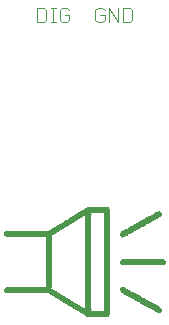
<source format=gto>
G75*
%MOIN*%
%OFA0B0*%
%FSLAX24Y24*%
%IPPOS*%
%LPD*%
%AMOC8*
5,1,8,0,0,1.08239X$1,22.5*
%
%ADD10R,0.0689X0.0010*%
%ADD11R,0.0719X0.0010*%
%ADD12R,0.0748X0.0010*%
%ADD13R,0.0778X0.0010*%
%ADD14R,0.0797X0.0010*%
%ADD15R,0.0817X0.0010*%
%ADD16R,0.0837X0.0010*%
%ADD17R,0.0856X0.0010*%
%ADD18R,0.0876X0.0010*%
%ADD19R,0.0896X0.0010*%
%ADD20R,0.0915X0.0010*%
%ADD21R,0.0925X0.0010*%
%ADD22R,0.0945X0.0010*%
%ADD23R,0.0965X0.0010*%
%ADD24R,0.0974X0.0010*%
%ADD25R,0.0069X0.0010*%
%ADD26R,0.0994X0.0010*%
%ADD27R,0.0108X0.0010*%
%ADD28R,0.1014X0.0010*%
%ADD29R,0.0138X0.0010*%
%ADD30R,0.1024X0.0010*%
%ADD31R,0.0167X0.0010*%
%ADD32R,0.0423X0.0010*%
%ADD33R,0.0187X0.0010*%
%ADD34R,0.0443X0.0010*%
%ADD35R,0.0207X0.0010*%
%ADD36R,0.0453X0.0010*%
%ADD37R,0.0226X0.0010*%
%ADD38R,0.0472X0.0010*%
%ADD39R,0.0246X0.0010*%
%ADD40R,0.0492X0.0010*%
%ADD41R,0.0276X0.0010*%
%ADD42R,0.0502X0.0010*%
%ADD43R,0.0285X0.0010*%
%ADD44R,0.0522X0.0010*%
%ADD45R,0.0295X0.0010*%
%ADD46R,0.0541X0.0010*%
%ADD47R,0.0315X0.0010*%
%ADD48R,0.0344X0.0010*%
%ADD49R,0.0335X0.0010*%
%ADD50R,0.0354X0.0010*%
%ADD51R,0.0364X0.0010*%
%ADD52R,0.0374X0.0010*%
%ADD53R,0.1732X0.0010*%
%ADD54R,0.1752X0.0010*%
%ADD55R,0.1742X0.0010*%
%ADD56R,0.1722X0.0010*%
%ADD57R,0.1703X0.0010*%
%ADD58R,0.1693X0.0010*%
%ADD59R,0.1683X0.0010*%
%ADD60R,0.1663X0.0010*%
%ADD61R,0.0305X0.0010*%
%ADD62R,0.1654X0.0010*%
%ADD63R,0.1624X0.0010*%
%ADD64R,0.0266X0.0010*%
%ADD65R,0.1604X0.0010*%
%ADD66R,0.1594X0.0010*%
%ADD67R,0.1565X0.0010*%
%ADD68R,0.0217X0.0010*%
%ADD69R,0.1555X0.0010*%
%ADD70R,0.1545X0.0010*%
%ADD71R,0.1535X0.0010*%
%ADD72R,0.1506X0.0010*%
%ADD73R,0.0079X0.0010*%
%ADD74R,0.1407X0.0010*%
%ADD75R,0.1447X0.0010*%
%ADD76R,0.1467X0.0010*%
%ADD77R,0.1486X0.0010*%
%ADD78R,0.1427X0.0010*%
%ADD79R,0.1388X0.0010*%
%ADD80R,0.0020X0.0010*%
%ADD81R,0.1516X0.0010*%
%ADD82R,0.0118X0.0010*%
%ADD83R,0.0148X0.0010*%
%ADD84R,0.0236X0.0010*%
%ADD85R,0.1614X0.0010*%
%ADD86R,0.0256X0.0010*%
%ADD87R,0.1673X0.0010*%
%ADD88R,0.0325X0.0010*%
%ADD89R,0.1713X0.0010*%
%ADD90R,0.0531X0.0010*%
%ADD91R,0.0482X0.0010*%
%ADD92R,0.0433X0.0010*%
%ADD93R,0.1043X0.0010*%
%ADD94R,0.0177X0.0010*%
%ADD95R,0.1004X0.0010*%
%ADD96R,0.0098X0.0010*%
%ADD97R,0.0059X0.0010*%
%ADD98R,0.0955X0.0010*%
%ADD99R,0.0906X0.0010*%
%ADD100R,0.0846X0.0010*%
%ADD101R,0.0787X0.0010*%
%ADD102R,0.0768X0.0010*%
%ADD103R,0.0738X0.0010*%
%ADD104R,0.0709X0.0010*%
%ADD105R,0.0669X0.0010*%
%ADD106C,0.0040*%
D10*
X007448Y012561D03*
D11*
X007443Y012571D03*
D12*
X007448Y012581D03*
D13*
X007443Y012591D03*
D14*
X007433Y012601D03*
D15*
X007433Y012611D03*
X007433Y016144D03*
D16*
X007424Y016134D03*
X007424Y012620D03*
D17*
X007414Y012630D03*
D18*
X007414Y012640D03*
X007414Y016115D03*
D19*
X007404Y016105D03*
X007404Y012650D03*
D20*
X007394Y012660D03*
D21*
X007389Y012670D03*
X007389Y016085D03*
D22*
X007379Y016075D03*
X007379Y012680D03*
D23*
X007369Y012689D03*
D24*
X007365Y012699D03*
X007365Y016056D03*
D25*
X009491Y012699D03*
D26*
X007355Y012709D03*
X007355Y016046D03*
D27*
X008280Y013526D03*
X009491Y012709D03*
D28*
X007345Y012719D03*
D29*
X008285Y013516D03*
X009486Y012719D03*
X009486Y016036D03*
D30*
X007340Y016026D03*
X007340Y012729D03*
D31*
X008290Y013506D03*
X008290Y015248D03*
X009481Y012729D03*
D32*
X007020Y012739D03*
D33*
X007138Y012817D03*
X007138Y012827D03*
X007138Y012837D03*
X007138Y012847D03*
X007138Y012857D03*
X007138Y012867D03*
X007138Y012876D03*
X007138Y012886D03*
X007138Y012896D03*
X007138Y012906D03*
X007138Y012916D03*
X007138Y012926D03*
X007138Y012935D03*
X007138Y012945D03*
X007138Y012955D03*
X007138Y012965D03*
X007138Y012975D03*
X007138Y012985D03*
X007138Y012994D03*
X007138Y013004D03*
X007138Y013014D03*
X007138Y013024D03*
X007138Y013034D03*
X007138Y013044D03*
X007138Y013054D03*
X007138Y013063D03*
X007138Y013073D03*
X007138Y013083D03*
X007138Y013093D03*
X007138Y013103D03*
X007138Y013113D03*
X007138Y013122D03*
X007138Y013132D03*
X007138Y013142D03*
X007138Y013152D03*
X007138Y013162D03*
X007138Y013172D03*
X007138Y013181D03*
X007138Y013191D03*
X007138Y013201D03*
X007138Y013211D03*
X007138Y013221D03*
X007138Y013231D03*
X007138Y013241D03*
X007138Y013250D03*
X007138Y013260D03*
X007138Y013270D03*
X007138Y013280D03*
X007138Y013290D03*
X007138Y013300D03*
X007138Y013309D03*
X007138Y013319D03*
X007138Y013329D03*
X007138Y013339D03*
X007138Y013349D03*
X007138Y013359D03*
X007138Y013369D03*
X007138Y013378D03*
X007138Y013388D03*
X007138Y013398D03*
X007138Y013408D03*
X007138Y013418D03*
X007138Y013428D03*
X007138Y013437D03*
X007138Y013447D03*
X007138Y013457D03*
X007138Y013467D03*
X007138Y013477D03*
X007138Y013487D03*
X007138Y013496D03*
X007138Y013506D03*
X007138Y013516D03*
X007138Y013526D03*
X007138Y013536D03*
X007138Y013546D03*
X007138Y013556D03*
X007138Y013565D03*
X007138Y013575D03*
X007138Y013585D03*
X007138Y013595D03*
X007138Y013605D03*
X007138Y013615D03*
X007138Y013624D03*
X007138Y013634D03*
X007138Y013644D03*
X007138Y013654D03*
X007138Y013664D03*
X007138Y013674D03*
X007138Y013683D03*
X007138Y013693D03*
X007138Y013703D03*
X007138Y013713D03*
X007138Y013723D03*
X007138Y013733D03*
X007138Y013743D03*
X007138Y013752D03*
X007138Y013762D03*
X007138Y013772D03*
X007138Y013782D03*
X007138Y013792D03*
X007138Y013802D03*
X007138Y013811D03*
X007138Y013821D03*
X007138Y013831D03*
X007138Y013841D03*
X007138Y013851D03*
X007138Y013861D03*
X007138Y013870D03*
X007138Y013880D03*
X007138Y013890D03*
X007138Y013900D03*
X007138Y013910D03*
X007138Y013920D03*
X007138Y013930D03*
X007138Y013939D03*
X007138Y013949D03*
X007138Y013959D03*
X007138Y013969D03*
X007138Y013979D03*
X007138Y013989D03*
X007138Y013998D03*
X007138Y014008D03*
X007138Y014018D03*
X007138Y014028D03*
X007138Y014038D03*
X007138Y014048D03*
X007138Y014057D03*
X007138Y014067D03*
X007138Y014077D03*
X007138Y014087D03*
X007138Y014097D03*
X007138Y014107D03*
X007138Y014117D03*
X007138Y014126D03*
X007138Y014136D03*
X007138Y014146D03*
X007138Y014156D03*
X007138Y014166D03*
X007138Y014176D03*
X007138Y014185D03*
X007138Y014195D03*
X007138Y014205D03*
X007138Y014215D03*
X007138Y014225D03*
X007138Y014235D03*
X007138Y014244D03*
X007138Y014254D03*
X007138Y014264D03*
X007138Y014274D03*
X007138Y014284D03*
X007138Y014294D03*
X007138Y014304D03*
X007138Y014313D03*
X007138Y014323D03*
X007138Y014333D03*
X007138Y014343D03*
X007138Y014353D03*
X007138Y014363D03*
X007138Y014372D03*
X007138Y014382D03*
X007138Y014392D03*
X007138Y014402D03*
X007138Y014412D03*
X007138Y014422D03*
X007138Y014431D03*
X007138Y014441D03*
X007138Y014451D03*
X007138Y014461D03*
X007138Y014471D03*
X007138Y014481D03*
X007138Y014491D03*
X007138Y014500D03*
X007138Y014510D03*
X007138Y014520D03*
X007138Y014530D03*
X007138Y014540D03*
X007138Y014550D03*
X007138Y014559D03*
X007138Y014569D03*
X007138Y014579D03*
X007138Y014589D03*
X007138Y014599D03*
X007138Y014609D03*
X007138Y014619D03*
X007138Y014628D03*
X007138Y014638D03*
X007138Y014648D03*
X007138Y014658D03*
X007138Y014668D03*
X007138Y014678D03*
X007138Y014687D03*
X007138Y014697D03*
X007138Y014707D03*
X007138Y014717D03*
X007138Y014727D03*
X007138Y014737D03*
X007138Y014746D03*
X007138Y014756D03*
X007138Y014766D03*
X007138Y014776D03*
X007138Y014786D03*
X007138Y014796D03*
X007138Y014806D03*
X007138Y014815D03*
X007138Y014825D03*
X007138Y014835D03*
X007138Y014845D03*
X007138Y014855D03*
X007138Y014865D03*
X007138Y014874D03*
X007138Y014884D03*
X007138Y014894D03*
X007138Y014904D03*
X007138Y014914D03*
X007138Y014924D03*
X007138Y014933D03*
X007138Y014943D03*
X007138Y014953D03*
X007138Y014963D03*
X007138Y014973D03*
X007138Y014983D03*
X007138Y014993D03*
X007138Y015002D03*
X007138Y015012D03*
X007138Y015022D03*
X007138Y015032D03*
X007138Y015042D03*
X007138Y015052D03*
X007138Y015061D03*
X007138Y015071D03*
X007138Y015081D03*
X007138Y015091D03*
X007138Y015101D03*
X007138Y015111D03*
X007138Y015120D03*
X007138Y015130D03*
X007138Y015140D03*
X007138Y015150D03*
X007138Y015160D03*
X007138Y015170D03*
X007138Y015180D03*
X007138Y015189D03*
X007138Y015199D03*
X007138Y015209D03*
X007138Y015219D03*
X007138Y015229D03*
X007138Y015239D03*
X007138Y015248D03*
X007138Y015258D03*
X007138Y015268D03*
X007138Y015278D03*
X007138Y015288D03*
X007138Y015298D03*
X007138Y015307D03*
X007138Y015317D03*
X007138Y015327D03*
X007138Y015337D03*
X007138Y015347D03*
X007138Y015357D03*
X007138Y015367D03*
X007138Y015376D03*
X007138Y015386D03*
X007138Y015396D03*
X007138Y015406D03*
X007138Y015416D03*
X007138Y015426D03*
X007138Y015435D03*
X007138Y015445D03*
X007138Y015455D03*
X007138Y015465D03*
X007138Y015475D03*
X007138Y015485D03*
X007138Y015494D03*
X007138Y015504D03*
X007138Y015514D03*
X007138Y015524D03*
X007138Y015534D03*
X007138Y015544D03*
X007138Y015554D03*
X007138Y015563D03*
X007138Y015573D03*
X007138Y015583D03*
X007138Y015593D03*
X007138Y015603D03*
X007138Y015613D03*
X007138Y015622D03*
X007138Y015632D03*
X007138Y015642D03*
X007138Y015652D03*
X007138Y015662D03*
X007138Y015672D03*
X007138Y015681D03*
X007138Y015691D03*
X007138Y015701D03*
X007138Y015711D03*
X007138Y015721D03*
X007138Y015731D03*
X007138Y015741D03*
X007138Y015750D03*
X007138Y015760D03*
X007138Y015770D03*
X007138Y015780D03*
X007138Y015790D03*
X007138Y015800D03*
X007138Y015809D03*
X007138Y015819D03*
X007138Y015829D03*
X007138Y015839D03*
X007138Y015849D03*
X007138Y015859D03*
X007138Y015869D03*
X007138Y015878D03*
X007138Y015888D03*
X007138Y015898D03*
X007138Y015908D03*
X007138Y015918D03*
X007138Y015928D03*
X007138Y015937D03*
X007758Y015937D03*
X007758Y015928D03*
X007758Y015918D03*
X007758Y015908D03*
X007758Y015898D03*
X007758Y015888D03*
X007758Y015878D03*
X007758Y015869D03*
X007758Y015859D03*
X007758Y015849D03*
X007758Y015839D03*
X007758Y015829D03*
X007758Y015819D03*
X007758Y015809D03*
X007758Y015800D03*
X007758Y015790D03*
X007758Y015780D03*
X007758Y015770D03*
X007758Y015760D03*
X007758Y015750D03*
X007758Y015741D03*
X007758Y015731D03*
X007758Y015721D03*
X007758Y015711D03*
X007758Y015701D03*
X007758Y015691D03*
X007758Y015681D03*
X007758Y015672D03*
X007758Y015662D03*
X007758Y015652D03*
X007758Y015642D03*
X007758Y015632D03*
X007758Y015622D03*
X007758Y015613D03*
X007758Y015603D03*
X007758Y015593D03*
X007758Y015583D03*
X007758Y015573D03*
X007758Y015563D03*
X007758Y015554D03*
X007758Y015544D03*
X007758Y015534D03*
X007758Y015524D03*
X007758Y015514D03*
X007758Y015504D03*
X007758Y015494D03*
X007758Y015485D03*
X007758Y015475D03*
X007758Y015465D03*
X007758Y015455D03*
X007758Y015445D03*
X007758Y015435D03*
X007758Y015426D03*
X007758Y015416D03*
X007758Y015406D03*
X007758Y015396D03*
X007758Y015386D03*
X007758Y015376D03*
X007758Y015367D03*
X007758Y015357D03*
X007758Y015347D03*
X007758Y015337D03*
X007758Y015327D03*
X007758Y015317D03*
X007758Y015307D03*
X007758Y015298D03*
X007758Y015288D03*
X007758Y015278D03*
X007758Y015268D03*
X007758Y015258D03*
X007758Y015248D03*
X007758Y015239D03*
X007758Y015229D03*
X007758Y015219D03*
X007758Y015209D03*
X007758Y015199D03*
X007758Y015189D03*
X007758Y015180D03*
X007758Y015170D03*
X007758Y015160D03*
X007758Y015150D03*
X007758Y015140D03*
X007758Y015130D03*
X007758Y015120D03*
X007758Y015111D03*
X007758Y015101D03*
X007758Y015091D03*
X007758Y015081D03*
X007758Y015071D03*
X007758Y015061D03*
X007758Y015052D03*
X007758Y015042D03*
X007758Y015032D03*
X007758Y015022D03*
X007758Y015012D03*
X007758Y015002D03*
X007758Y014993D03*
X007758Y014983D03*
X007758Y014973D03*
X007758Y014963D03*
X007758Y014953D03*
X007758Y014943D03*
X007758Y014933D03*
X007758Y014924D03*
X007758Y014914D03*
X007758Y014904D03*
X007758Y014894D03*
X007758Y014884D03*
X007758Y014874D03*
X007758Y014865D03*
X007758Y014855D03*
X007758Y014845D03*
X007758Y014835D03*
X007758Y014825D03*
X007758Y014815D03*
X007758Y014806D03*
X007758Y014796D03*
X007758Y014786D03*
X007758Y014776D03*
X007758Y014766D03*
X007758Y014756D03*
X007758Y014746D03*
X007758Y014737D03*
X007758Y014727D03*
X007758Y014717D03*
X007758Y014707D03*
X007758Y014697D03*
X007758Y014687D03*
X007758Y014678D03*
X007758Y014668D03*
X007758Y014658D03*
X007758Y014648D03*
X007758Y014638D03*
X007758Y014628D03*
X007758Y014619D03*
X007758Y014609D03*
X007758Y014599D03*
X007758Y014589D03*
X007758Y014579D03*
X007758Y014569D03*
X007758Y014559D03*
X007758Y014550D03*
X007758Y014540D03*
X007758Y014530D03*
X007758Y014520D03*
X007758Y014510D03*
X007758Y014500D03*
X007758Y014491D03*
X007758Y014481D03*
X007758Y014471D03*
X007758Y014461D03*
X007758Y014451D03*
X007758Y014441D03*
X007758Y014431D03*
X007758Y014422D03*
X007758Y014412D03*
X007758Y014402D03*
X007758Y014392D03*
X007758Y014382D03*
X007758Y014372D03*
X007758Y014363D03*
X007758Y014353D03*
X007758Y014343D03*
X007758Y014333D03*
X007758Y014323D03*
X007758Y014313D03*
X007758Y014304D03*
X007758Y014294D03*
X007758Y014284D03*
X007758Y014274D03*
X007758Y014264D03*
X007758Y014254D03*
X007758Y014244D03*
X007758Y014235D03*
X007758Y014225D03*
X007758Y014215D03*
X007758Y014205D03*
X007758Y014195D03*
X007758Y014185D03*
X007758Y014176D03*
X007758Y014166D03*
X007758Y014156D03*
X007758Y014146D03*
X007758Y014136D03*
X007758Y014126D03*
X007758Y014117D03*
X007758Y014107D03*
X007758Y014097D03*
X007758Y014087D03*
X007758Y014077D03*
X007758Y014067D03*
X007758Y014057D03*
X007758Y014048D03*
X007758Y014038D03*
X007758Y014028D03*
X007758Y014018D03*
X007758Y014008D03*
X007758Y013998D03*
X007758Y013989D03*
X007758Y013979D03*
X007758Y013969D03*
X007758Y013959D03*
X007758Y013949D03*
X007758Y013939D03*
X007758Y013930D03*
X007758Y013920D03*
X007758Y013910D03*
X007758Y013900D03*
X007758Y013890D03*
X007758Y013880D03*
X007758Y013870D03*
X007758Y013861D03*
X007758Y013851D03*
X007758Y013841D03*
X007758Y013831D03*
X007758Y013821D03*
X007758Y013811D03*
X007758Y013802D03*
X007758Y013792D03*
X007758Y013782D03*
X007758Y013772D03*
X007758Y013762D03*
X007758Y013752D03*
X007758Y013743D03*
X007758Y013733D03*
X007758Y013723D03*
X007758Y013713D03*
X007758Y013703D03*
X007758Y013693D03*
X007758Y013683D03*
X007758Y013674D03*
X007758Y013664D03*
X007758Y013654D03*
X007758Y013644D03*
X007758Y013634D03*
X007758Y013624D03*
X007758Y013615D03*
X007758Y013605D03*
X007758Y013595D03*
X007758Y013585D03*
X007758Y013575D03*
X007758Y013565D03*
X007758Y013556D03*
X007758Y013546D03*
X007758Y013536D03*
X007758Y013526D03*
X007758Y013516D03*
X007758Y013506D03*
X007758Y013496D03*
X007758Y013487D03*
X007758Y013477D03*
X007758Y013467D03*
X007758Y013457D03*
X007758Y013447D03*
X007758Y013437D03*
X007758Y013428D03*
X007758Y013418D03*
X007758Y013408D03*
X007758Y013398D03*
X007758Y013388D03*
X007758Y013378D03*
X007758Y013369D03*
X007758Y013359D03*
X007758Y013349D03*
X007758Y013339D03*
X007758Y013329D03*
X007758Y013319D03*
X007758Y013309D03*
X007758Y013300D03*
X007758Y013290D03*
X007758Y013280D03*
X007758Y013270D03*
X007758Y013260D03*
X007758Y013250D03*
X007758Y013241D03*
X007758Y013231D03*
X007758Y013221D03*
X007758Y013211D03*
X007758Y013201D03*
X007758Y013191D03*
X007758Y013181D03*
X007758Y013172D03*
X007758Y013162D03*
X007758Y013152D03*
X007758Y013142D03*
X007758Y013132D03*
X007758Y013122D03*
X007758Y013113D03*
X007758Y013103D03*
X007758Y013093D03*
X007758Y013083D03*
X007758Y013073D03*
X007758Y013063D03*
X007758Y013054D03*
X007758Y013044D03*
X007758Y013034D03*
X007758Y013024D03*
X007758Y013014D03*
X007758Y013004D03*
X007758Y012994D03*
X007758Y012985D03*
X007758Y012975D03*
X007758Y012965D03*
X007758Y012955D03*
X007758Y012945D03*
X007758Y012935D03*
X007758Y012926D03*
X007758Y012916D03*
X007758Y012906D03*
X007758Y012896D03*
X007758Y012886D03*
X007758Y012876D03*
X007758Y012867D03*
X007758Y012857D03*
X007758Y012847D03*
X007758Y012837D03*
X007758Y012827D03*
X007758Y012817D03*
X007758Y012807D03*
X007758Y012798D03*
X007758Y012788D03*
X007758Y012778D03*
X007758Y012768D03*
X007758Y012758D03*
X007758Y012748D03*
X007758Y012739D03*
X008300Y013496D03*
X008300Y015258D03*
X007758Y015947D03*
X007758Y015957D03*
X007758Y015967D03*
X007758Y015977D03*
X007758Y015987D03*
X007758Y015996D03*
X007758Y016006D03*
X009471Y012739D03*
X005819Y013536D03*
X005819Y013546D03*
X005819Y013556D03*
X005819Y013565D03*
X005819Y013575D03*
X005819Y013585D03*
X005819Y013595D03*
X005819Y013605D03*
X005819Y013615D03*
X005819Y013624D03*
X005819Y013634D03*
X005819Y013644D03*
X005819Y013654D03*
X005819Y013664D03*
X005819Y013674D03*
X005819Y013683D03*
X005819Y013693D03*
X005819Y013703D03*
X005819Y013713D03*
X005819Y013723D03*
X005819Y013733D03*
X005819Y013743D03*
X005819Y013752D03*
X005819Y013762D03*
X005819Y013772D03*
X005819Y013782D03*
X005819Y013792D03*
X005819Y013802D03*
X005819Y013811D03*
X005819Y013821D03*
X005819Y013831D03*
X005819Y013841D03*
X005819Y013851D03*
X005819Y013861D03*
X005819Y013870D03*
X005819Y013880D03*
X005819Y013890D03*
X005819Y013900D03*
X005819Y013910D03*
X005819Y013920D03*
X005819Y013930D03*
X005819Y013939D03*
X005819Y013949D03*
X005819Y013959D03*
X005819Y013969D03*
X005819Y013979D03*
X005819Y013989D03*
X005819Y013998D03*
X005819Y014008D03*
X005819Y014018D03*
X005819Y014028D03*
X005819Y014038D03*
X005819Y014048D03*
X005819Y014057D03*
X005819Y014067D03*
X005819Y014077D03*
X005819Y014087D03*
X005819Y014097D03*
X005819Y014107D03*
X005819Y014117D03*
X005819Y014126D03*
X005819Y014136D03*
X005819Y014146D03*
X005819Y014156D03*
X005819Y014166D03*
X005819Y014176D03*
X005819Y014185D03*
X005819Y014195D03*
X005819Y014205D03*
X005819Y014215D03*
X005819Y014225D03*
X005819Y014235D03*
X005819Y014244D03*
X005819Y014254D03*
X005819Y014264D03*
X005819Y014274D03*
X005819Y014284D03*
X005819Y014294D03*
X005819Y014304D03*
X005819Y014313D03*
X005819Y014323D03*
X005819Y014333D03*
X005819Y014343D03*
X005819Y014353D03*
X005819Y014363D03*
X005819Y014372D03*
X005819Y014382D03*
X005819Y014392D03*
X005819Y014402D03*
X005819Y014412D03*
X005819Y014422D03*
X005819Y014431D03*
X005819Y014441D03*
X005819Y014451D03*
X005819Y014461D03*
X005819Y014471D03*
X005819Y014481D03*
X005819Y014491D03*
X005819Y014500D03*
X005819Y014510D03*
X005819Y014520D03*
X005819Y014530D03*
X005819Y014540D03*
X005819Y014550D03*
X005819Y014559D03*
X005819Y014569D03*
X005819Y014579D03*
X005819Y014589D03*
X005819Y014599D03*
X005819Y014609D03*
X005819Y014619D03*
X005819Y014628D03*
X005819Y014638D03*
X005819Y014648D03*
X005819Y014658D03*
X005819Y014668D03*
X005819Y014678D03*
X005819Y014687D03*
X005819Y014697D03*
X005819Y014707D03*
X005819Y014717D03*
X005819Y014727D03*
X005819Y014737D03*
X005819Y014746D03*
X005819Y014756D03*
X005819Y014766D03*
X005819Y014776D03*
X005819Y014786D03*
X005819Y014796D03*
X005819Y014806D03*
X005819Y014815D03*
X005819Y014825D03*
X005819Y014835D03*
X005819Y014845D03*
X005819Y014855D03*
X005819Y014865D03*
X005819Y014874D03*
X005819Y014884D03*
X005819Y014894D03*
X005819Y014904D03*
X005819Y014914D03*
X005819Y014924D03*
X005819Y014933D03*
X005819Y014943D03*
X005819Y014953D03*
X005819Y014963D03*
X005819Y014973D03*
X005819Y014983D03*
X005819Y014993D03*
X005819Y015002D03*
X005819Y015012D03*
X005819Y015022D03*
X005819Y015032D03*
X005819Y015042D03*
X005819Y015052D03*
X005819Y015061D03*
X005819Y015071D03*
X005819Y015081D03*
X005819Y015091D03*
X005819Y015101D03*
X005819Y015111D03*
X005819Y015120D03*
X005819Y015130D03*
X005819Y015140D03*
X005819Y015150D03*
X005819Y015160D03*
X005819Y015170D03*
X005819Y015180D03*
X005819Y015189D03*
X005819Y015199D03*
X005819Y015209D03*
X005819Y015219D03*
D34*
X007010Y012748D03*
D35*
X009471Y012748D03*
X009471Y016006D03*
D36*
X007005Y015996D03*
X007005Y012758D03*
D37*
X008309Y013477D03*
X009461Y012758D03*
X009461Y015996D03*
D38*
X006995Y015987D03*
X006995Y012768D03*
D39*
X008319Y013467D03*
X009451Y012768D03*
X009451Y015987D03*
D40*
X006986Y012778D03*
D41*
X009446Y012778D03*
D42*
X006981Y012788D03*
X006981Y015967D03*
D43*
X008339Y015307D03*
X008339Y013447D03*
X009431Y012788D03*
X009441Y015967D03*
D44*
X006971Y015957D03*
X006971Y012798D03*
D45*
X009427Y012798D03*
X009427Y015957D03*
D46*
X006961Y012807D03*
D47*
X008354Y013428D03*
X009417Y012807D03*
X009417Y015947D03*
D48*
X008378Y015347D03*
X008369Y015337D03*
X008378Y013408D03*
X009392Y012827D03*
X006853Y012817D03*
X006804Y012847D03*
X006754Y012876D03*
X006705Y012906D03*
X006656Y012935D03*
X006607Y012965D03*
X006557Y012994D03*
X006508Y013024D03*
X006459Y013054D03*
X006410Y013083D03*
X006361Y013113D03*
X006311Y013142D03*
X006262Y013172D03*
X006213Y013201D03*
X006164Y013231D03*
X006115Y013260D03*
X006065Y013290D03*
X006016Y013319D03*
X005987Y015416D03*
X006036Y015445D03*
X006085Y015475D03*
X006134Y015504D03*
X006183Y015534D03*
X006233Y015563D03*
X006282Y015593D03*
X006331Y015622D03*
X006380Y015652D03*
X006430Y015681D03*
X006479Y015711D03*
X006528Y015741D03*
X006577Y015770D03*
X006626Y015800D03*
X006676Y015829D03*
X006725Y015859D03*
X006774Y015888D03*
X006823Y015918D03*
D49*
X008364Y013418D03*
X009407Y012817D03*
X009397Y015928D03*
X009407Y015937D03*
D50*
X006326Y013132D03*
X006346Y013122D03*
X006375Y013103D03*
X006395Y013093D03*
X006425Y013073D03*
X006444Y013063D03*
X006474Y013044D03*
X006494Y013034D03*
X006523Y013014D03*
X006543Y013004D03*
X006572Y012985D03*
X006592Y012975D03*
X006621Y012955D03*
X006641Y012945D03*
X006671Y012926D03*
X006690Y012916D03*
X006720Y012896D03*
X006740Y012886D03*
X006769Y012867D03*
X006789Y012857D03*
X006818Y012837D03*
X006838Y012827D03*
X006297Y013152D03*
X006277Y013162D03*
X006247Y013181D03*
X006228Y013191D03*
X006198Y013211D03*
X006179Y013221D03*
X006149Y013241D03*
X006129Y013250D03*
X006100Y013270D03*
X006080Y013280D03*
X006051Y013300D03*
X006031Y013309D03*
X006001Y013329D03*
X005982Y013339D03*
X006001Y015426D03*
X006021Y015435D03*
X006051Y015455D03*
X006070Y015465D03*
X006100Y015485D03*
X006119Y015494D03*
X006149Y015514D03*
X006169Y015524D03*
X006198Y015544D03*
X006218Y015554D03*
X006247Y015573D03*
X006267Y015583D03*
X006297Y015603D03*
X006316Y015613D03*
X006346Y015632D03*
X006366Y015642D03*
X006395Y015662D03*
X006415Y015672D03*
X006444Y015691D03*
X006464Y015701D03*
X006494Y015721D03*
X006513Y015731D03*
X006543Y015750D03*
X006562Y015760D03*
X006592Y015780D03*
X006612Y015790D03*
X006641Y015809D03*
X006661Y015819D03*
X006690Y015839D03*
X006710Y015849D03*
X006740Y015869D03*
X006759Y015878D03*
X006789Y015898D03*
X006808Y015908D03*
X006838Y015928D03*
X006858Y015937D03*
X008393Y015357D03*
X009387Y015918D03*
X008393Y013398D03*
D51*
X008408Y013388D03*
X008418Y013378D03*
X008506Y013329D03*
X008595Y013280D03*
X008683Y013231D03*
X008752Y013191D03*
X008772Y013181D03*
X008841Y013142D03*
X008861Y013132D03*
X008930Y013093D03*
X008949Y013083D03*
X009018Y013044D03*
X009038Y013034D03*
X009107Y012994D03*
X009195Y012945D03*
X009284Y012896D03*
X009353Y012857D03*
X009372Y012847D03*
X009382Y012837D03*
X008408Y015367D03*
X008457Y015396D03*
X008546Y015445D03*
X008615Y015485D03*
X008634Y015494D03*
X008703Y015534D03*
X008723Y015544D03*
X008792Y015583D03*
X008811Y015593D03*
X008880Y015632D03*
X008900Y015642D03*
X008969Y015681D03*
X009057Y015731D03*
X009146Y015780D03*
X009235Y015829D03*
X009323Y015878D03*
X009372Y015908D03*
D52*
X009358Y015898D03*
X009338Y015888D03*
X009308Y015869D03*
X009289Y015859D03*
X009269Y015849D03*
X009249Y015839D03*
X009220Y015819D03*
X009200Y015809D03*
X009181Y015800D03*
X009161Y015790D03*
X009131Y015770D03*
X009112Y015760D03*
X009092Y015750D03*
X009072Y015741D03*
X009043Y015721D03*
X009023Y015711D03*
X009003Y015701D03*
X008984Y015691D03*
X008954Y015672D03*
X008934Y015662D03*
X008915Y015652D03*
X008866Y015622D03*
X008846Y015613D03*
X008826Y015603D03*
X008777Y015573D03*
X008757Y015563D03*
X008738Y015554D03*
X008688Y015524D03*
X008669Y015514D03*
X008649Y015504D03*
X008600Y015475D03*
X008580Y015465D03*
X008560Y015455D03*
X008531Y015435D03*
X008511Y015426D03*
X008492Y015416D03*
X008472Y015406D03*
X008442Y015386D03*
X008423Y015376D03*
X008432Y013369D03*
X008452Y013359D03*
X008472Y013349D03*
X008492Y013339D03*
X008521Y013319D03*
X008541Y013309D03*
X008560Y013300D03*
X008580Y013290D03*
X008610Y013270D03*
X008629Y013260D03*
X008649Y013250D03*
X008669Y013241D03*
X008698Y013221D03*
X008718Y013211D03*
X008738Y013201D03*
X008787Y013172D03*
X008806Y013162D03*
X008826Y013152D03*
X008875Y013122D03*
X008895Y013113D03*
X008915Y013103D03*
X008964Y013073D03*
X008984Y013063D03*
X009003Y013054D03*
X009053Y013024D03*
X009072Y013014D03*
X009092Y013004D03*
X009121Y012985D03*
X009141Y012975D03*
X009161Y012965D03*
X009181Y012955D03*
X009210Y012935D03*
X009230Y012926D03*
X009249Y012916D03*
X009269Y012906D03*
X009299Y012886D03*
X009318Y012876D03*
X009338Y012867D03*
D53*
X005273Y013349D03*
X005224Y013378D03*
X005214Y013388D03*
X005214Y015367D03*
X005283Y015406D03*
D54*
X005253Y013359D03*
D55*
X005239Y013369D03*
X005229Y015376D03*
X005239Y015386D03*
X005258Y015396D03*
D56*
X005199Y015357D03*
X005199Y013398D03*
D57*
X005189Y013408D03*
D58*
X005184Y013418D03*
X005184Y015337D03*
D59*
X005170Y015327D03*
X005170Y013428D03*
D60*
X005160Y013437D03*
D61*
X008349Y013437D03*
X008349Y015317D03*
D62*
X005155Y015307D03*
X005155Y013447D03*
D63*
X005150Y013457D03*
X005150Y015298D03*
D64*
X008329Y015298D03*
X008329Y013457D03*
D65*
X005140Y013467D03*
D66*
X005135Y013477D03*
X005135Y015278D03*
D67*
X005130Y015268D03*
X005130Y015258D03*
X005130Y013487D03*
D68*
X008305Y013487D03*
X008305Y015268D03*
D69*
X005135Y015248D03*
X005135Y013496D03*
D70*
X005140Y013506D03*
D71*
X005145Y013516D03*
X005145Y015239D03*
D72*
X005160Y013526D03*
X008949Y014343D03*
X008949Y014353D03*
X008949Y014363D03*
X008949Y014372D03*
X008949Y014382D03*
X008949Y014392D03*
X008949Y014402D03*
X008949Y014412D03*
D73*
X008285Y015219D03*
X008285Y013536D03*
D74*
X008949Y014294D03*
D75*
X008949Y014304D03*
X008949Y014441D03*
D76*
X008949Y014431D03*
X008949Y014313D03*
D77*
X008949Y014323D03*
X008949Y014333D03*
X008949Y014422D03*
D78*
X008949Y014451D03*
D79*
X008949Y014461D03*
D80*
X008285Y015209D03*
D81*
X005155Y015229D03*
D82*
X008285Y015229D03*
D83*
X008290Y015239D03*
X009481Y016026D03*
D84*
X008314Y015278D03*
D85*
X005145Y015288D03*
D86*
X008324Y015288D03*
X009446Y015977D03*
D87*
X005165Y015317D03*
D88*
X008359Y015327D03*
D89*
X005194Y015347D03*
D90*
X006966Y015947D03*
D91*
X006991Y015977D03*
D92*
X007015Y016006D03*
D93*
X007330Y016016D03*
D94*
X009476Y016016D03*
D95*
X007350Y016036D03*
D96*
X009486Y016046D03*
D97*
X009486Y016056D03*
D98*
X007374Y016065D03*
D99*
X007399Y016095D03*
D100*
X007419Y016124D03*
D101*
X007438Y016154D03*
D102*
X007438Y016164D03*
D103*
X007443Y016174D03*
D104*
X007448Y016183D03*
D105*
X007448Y016193D03*
D106*
X007448Y022398D02*
X007602Y022398D01*
X007678Y022475D01*
X007678Y022629D01*
X007525Y022629D01*
X007678Y022782D02*
X007602Y022859D01*
X007448Y022859D01*
X007371Y022782D01*
X007371Y022475D01*
X007448Y022398D01*
X007832Y022398D02*
X007832Y022859D01*
X008139Y022398D01*
X008139Y022859D01*
X008292Y022859D02*
X008292Y022398D01*
X008522Y022398D01*
X008599Y022475D01*
X008599Y022782D01*
X008522Y022859D01*
X008292Y022859D01*
X006507Y022782D02*
X006430Y022859D01*
X006276Y022859D01*
X006200Y022782D01*
X006200Y022475D01*
X006276Y022398D01*
X006430Y022398D01*
X006507Y022475D01*
X006507Y022629D01*
X006353Y022629D01*
X006046Y022859D02*
X005893Y022859D01*
X005970Y022859D02*
X005970Y022398D01*
X006046Y022398D02*
X005893Y022398D01*
X005739Y022475D02*
X005739Y022782D01*
X005663Y022859D01*
X005432Y022859D01*
X005432Y022398D01*
X005663Y022398D01*
X005739Y022475D01*
M02*

</source>
